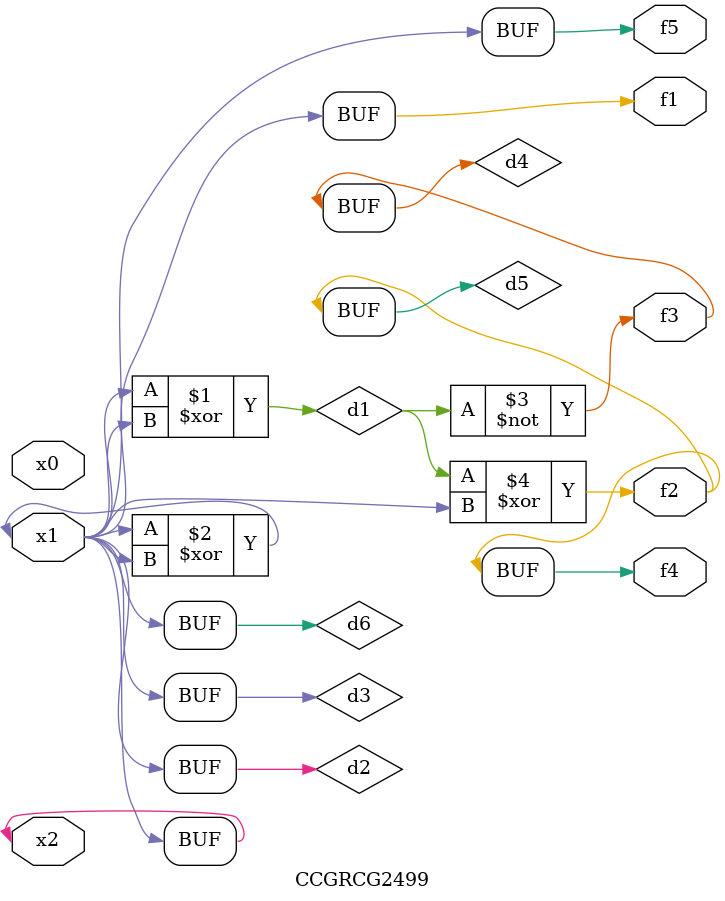
<source format=v>
module CCGRCG2499(
	input x0, x1, x2,
	output f1, f2, f3, f4, f5
);

	wire d1, d2, d3, d4, d5, d6;

	xor (d1, x1, x2);
	buf (d2, x1, x2);
	xor (d3, x1, x2);
	nor (d4, d1);
	xor (d5, d1, d2);
	buf (d6, d2, d3);
	assign f1 = d6;
	assign f2 = d5;
	assign f3 = d4;
	assign f4 = d5;
	assign f5 = d6;
endmodule

</source>
